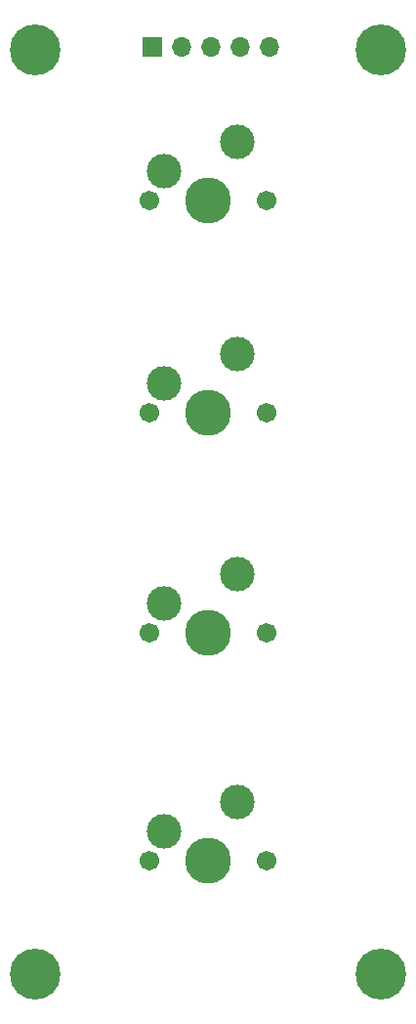
<source format=gbr>
%TF.GenerationSoftware,KiCad,Pcbnew,6.0.0-d3dd2cf0fa~116~ubuntu21.10.1*%
%TF.CreationDate,2021-12-31T19:25:48-08:00*%
%TF.ProjectId,macropad-test1,6d616372-6f70-4616-942d-74657374312e,rev?*%
%TF.SameCoordinates,Original*%
%TF.FileFunction,Soldermask,Top*%
%TF.FilePolarity,Negative*%
%FSLAX46Y46*%
G04 Gerber Fmt 4.6, Leading zero omitted, Abs format (unit mm)*
G04 Created by KiCad (PCBNEW 6.0.0-d3dd2cf0fa~116~ubuntu21.10.1) date 2021-12-31 19:25:48*
%MOMM*%
%LPD*%
G01*
G04 APERTURE LIST*
%ADD10C,0.700000*%
%ADD11C,4.400000*%
%ADD12R,1.700000X1.700000*%
%ADD13O,1.700000X1.700000*%
%ADD14C,1.701800*%
%ADD15C,3.000000*%
%ADD16C,3.987800*%
G04 APERTURE END LIST*
D10*
%TO.C,H1*%
X28833274Y-28833274D03*
X31166726Y-28833274D03*
X28833274Y-31166726D03*
X30000000Y-28350000D03*
X28350000Y-30000000D03*
X31650000Y-30000000D03*
D11*
X30000000Y-30000000D03*
D10*
X31166726Y-31166726D03*
X30000000Y-31650000D03*
%TD*%
%TO.C,H2*%
X28350000Y-110000000D03*
X30000000Y-111650000D03*
X28833274Y-108833274D03*
X30000000Y-108350000D03*
X31166726Y-108833274D03*
X31166726Y-111166726D03*
D11*
X30000000Y-110000000D03*
D10*
X31650000Y-110000000D03*
X28833274Y-111166726D03*
%TD*%
%TO.C,H4*%
X61166726Y-111166726D03*
D11*
X60000000Y-110000000D03*
D10*
X61650000Y-110000000D03*
X58833274Y-108833274D03*
X60000000Y-111650000D03*
X58350000Y-110000000D03*
X61166726Y-108833274D03*
X58833274Y-111166726D03*
X60000000Y-108350000D03*
%TD*%
%TO.C,H3*%
X60000000Y-31650000D03*
D11*
X60000000Y-30000000D03*
D10*
X61650000Y-30000000D03*
X60000000Y-28350000D03*
X58833274Y-31166726D03*
X58350000Y-30000000D03*
X61166726Y-28833274D03*
X61166726Y-31166726D03*
X58833274Y-28833274D03*
%TD*%
D12*
%TO.C,J1*%
X40160000Y-29700000D03*
D13*
X42700000Y-29700000D03*
X45240000Y-29700000D03*
X47780000Y-29700000D03*
X50320000Y-29700000D03*
%TD*%
D14*
%TO.C,SW1*%
X39920000Y-43000000D03*
D15*
X47540000Y-37920000D03*
D16*
X45000000Y-43000000D03*
D15*
X41190000Y-40460000D03*
D14*
X50080000Y-43000000D03*
%TD*%
D16*
%TO.C,SW2*%
X45000000Y-61415000D03*
D14*
X39920000Y-61415000D03*
D15*
X47540000Y-56335000D03*
D14*
X50080000Y-61415000D03*
D15*
X41190000Y-58875000D03*
%TD*%
D14*
%TO.C,SW3*%
X50080000Y-80465000D03*
X39920000Y-80465000D03*
D15*
X47540000Y-75385000D03*
D16*
X45000000Y-80465000D03*
D15*
X41190000Y-77925000D03*
%TD*%
D14*
%TO.C,SW4*%
X50080000Y-100150000D03*
D15*
X47540000Y-95070000D03*
D16*
X45000000Y-100150000D03*
D14*
X39920000Y-100150000D03*
D15*
X41190000Y-97610000D03*
%TD*%
M02*

</source>
